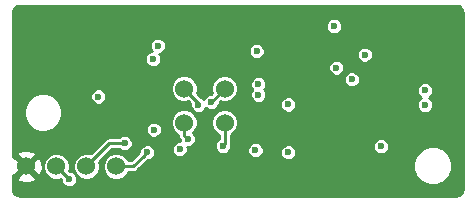
<source format=gbr>
G04 #@! TF.FileFunction,Copper,L4,Bot,Signal*
%FSLAX46Y46*%
G04 Gerber Fmt 4.6, Leading zero omitted, Abs format (unit mm)*
G04 Created by KiCad (PCBNEW 4.0.2-stable) date 2017年05月12日 星期五 07:52:48*
%MOMM*%
G01*
G04 APERTURE LIST*
%ADD10C,0.100000*%
%ADD11C,1.524000*%
%ADD12C,0.600000*%
%ADD13C,0.250000*%
%ADD14C,0.254000*%
G04 APERTURE END LIST*
D10*
D11*
X169950000Y-99850000D03*
X159125000Y-103550000D03*
X169950000Y-96975000D03*
X156575000Y-103550000D03*
X164200000Y-103550000D03*
X173400000Y-96975000D03*
X161675000Y-103550000D03*
X173400000Y-99850000D03*
D12*
X169575000Y-102125000D03*
X176100000Y-93800000D03*
X182850000Y-95200000D03*
X182650000Y-91700000D03*
X186625000Y-101875000D03*
X184150000Y-96200000D03*
X185250000Y-94100000D03*
X176000000Y-102200000D03*
X160225000Y-104650000D03*
X178775000Y-98325010D03*
X167400000Y-100450000D03*
X178775000Y-102375000D03*
X167725000Y-93349998D03*
X167350004Y-94475000D03*
X162700000Y-97650000D03*
X168500000Y-101700000D03*
X176100000Y-94774998D03*
X185800000Y-98025010D03*
X181650000Y-96200000D03*
X181650002Y-102475000D03*
X174475000Y-102200000D03*
X178874990Y-96175000D03*
X157725000Y-102400000D03*
X188675000Y-100850000D03*
X188675000Y-98350000D03*
X188525000Y-99600000D03*
X190350000Y-95150000D03*
X162100000Y-93100000D03*
X167400000Y-99275000D03*
X166925000Y-104975000D03*
X171725000Y-105025000D03*
X176600000Y-104000000D03*
X185250000Y-92200000D03*
X190125000Y-94100000D03*
X189850000Y-92750000D03*
X181550000Y-91775000D03*
X181350000Y-95200000D03*
X179975000Y-93125000D03*
X168825004Y-93350000D03*
X165950000Y-91625000D03*
X162550000Y-100100000D03*
X162550000Y-98900000D03*
X176250008Y-96600000D03*
X190349998Y-97125000D03*
X176250004Y-97500000D03*
X190349999Y-98349999D03*
X170250004Y-101250000D03*
X171175000Y-98350000D03*
X166825000Y-102375000D03*
X172275000Y-98099992D03*
X164925000Y-101600000D03*
X173250000Y-101825000D03*
D13*
X159125000Y-103550000D02*
X160225000Y-104650000D01*
X156575000Y-103550000D02*
X157725000Y-102400000D01*
X169950005Y-100950001D02*
X170250004Y-101250000D01*
X169950000Y-100949996D02*
X169950005Y-100950001D01*
X169950000Y-99850000D02*
X169950000Y-100949996D01*
X169950000Y-96975000D02*
X171175000Y-98200000D01*
X171175000Y-98200000D02*
X171175000Y-98350000D01*
X165650000Y-103550000D02*
X166525001Y-102674999D01*
X164200000Y-103550000D02*
X165650000Y-103550000D01*
X166525001Y-102674999D02*
X166825000Y-102375000D01*
X172275008Y-98099992D02*
X172275000Y-98099992D01*
X173400000Y-96975000D02*
X172275008Y-98099992D01*
X164925000Y-101600000D02*
X163625000Y-101600000D01*
X163625000Y-101600000D02*
X161675000Y-103550000D01*
X173400000Y-101675000D02*
X173250000Y-101825000D01*
X173400000Y-99850000D02*
X173400000Y-101675000D01*
D14*
G36*
X193204761Y-90005663D02*
X193378349Y-90121651D01*
X193494337Y-90295239D01*
X193544000Y-90544911D01*
X193544000Y-105455089D01*
X193494337Y-105704761D01*
X193378349Y-105878349D01*
X193204761Y-105994337D01*
X192955089Y-106044000D01*
X156044911Y-106044000D01*
X155795239Y-105994337D01*
X155621651Y-105878349D01*
X155505663Y-105704761D01*
X155456000Y-105455089D01*
X155456000Y-104530213D01*
X155774392Y-104530213D01*
X155843857Y-104772397D01*
X156367302Y-104959144D01*
X156922368Y-104931362D01*
X157306143Y-104772397D01*
X157375608Y-104530213D01*
X156575000Y-103729605D01*
X155774392Y-104530213D01*
X155456000Y-104530213D01*
X155456000Y-104310800D01*
X155594787Y-104350608D01*
X156395395Y-103550000D01*
X156754605Y-103550000D01*
X157555213Y-104350608D01*
X157797397Y-104281143D01*
X157981813Y-103764233D01*
X157981802Y-103776359D01*
X158155446Y-104196612D01*
X158476697Y-104518423D01*
X158896646Y-104692801D01*
X159351359Y-104693198D01*
X159493765Y-104634357D01*
X159543969Y-104684561D01*
X159543882Y-104784865D01*
X159647339Y-105035252D01*
X159838741Y-105226987D01*
X160088946Y-105330882D01*
X160359865Y-105331118D01*
X160610252Y-105227661D01*
X160801987Y-105036259D01*
X160905882Y-104786054D01*
X160906118Y-104515135D01*
X160823281Y-104314652D01*
X161026697Y-104518423D01*
X161446646Y-104692801D01*
X161901359Y-104693198D01*
X162321612Y-104519554D01*
X162643423Y-104198303D01*
X162817801Y-103778354D01*
X162817802Y-103776359D01*
X163056802Y-103776359D01*
X163230446Y-104196612D01*
X163551697Y-104518423D01*
X163971646Y-104692801D01*
X164426359Y-104693198D01*
X164846612Y-104519554D01*
X165168423Y-104198303D01*
X165227512Y-104056000D01*
X165650000Y-104056000D01*
X165843638Y-104017483D01*
X166007796Y-103907796D01*
X166092589Y-103823003D01*
X189368718Y-103823003D01*
X189616499Y-104422680D01*
X190074907Y-104881888D01*
X190674151Y-105130716D01*
X191323003Y-105131282D01*
X191922680Y-104883501D01*
X192381888Y-104425093D01*
X192630716Y-103825849D01*
X192631282Y-103176997D01*
X192383501Y-102577320D01*
X191925093Y-102118112D01*
X191325849Y-101869284D01*
X190676997Y-101868718D01*
X190077320Y-102116499D01*
X189618112Y-102574907D01*
X189369284Y-103174151D01*
X189368718Y-103823003D01*
X166092589Y-103823003D01*
X166859561Y-103056031D01*
X166959865Y-103056118D01*
X167210252Y-102952661D01*
X167401987Y-102761259D01*
X167505882Y-102511054D01*
X167506118Y-102240135D01*
X167402661Y-101989748D01*
X167211259Y-101798013D01*
X166961054Y-101694118D01*
X166690135Y-101693882D01*
X166439748Y-101797339D01*
X166248013Y-101988741D01*
X166144118Y-102238946D01*
X166144030Y-102340378D01*
X165440408Y-103044000D01*
X165227653Y-103044000D01*
X165169554Y-102903388D01*
X164848303Y-102581577D01*
X164428354Y-102407199D01*
X163973641Y-102406802D01*
X163553388Y-102580446D01*
X163231577Y-102901697D01*
X163057199Y-103321646D01*
X163056802Y-103776359D01*
X162817802Y-103776359D01*
X162818198Y-103323641D01*
X162759357Y-103181235D01*
X163834592Y-102106000D01*
X164467877Y-102106000D01*
X164538741Y-102176987D01*
X164788946Y-102280882D01*
X165059865Y-102281118D01*
X165310252Y-102177661D01*
X165501987Y-101986259D01*
X165605882Y-101736054D01*
X165606118Y-101465135D01*
X165502661Y-101214748D01*
X165311259Y-101023013D01*
X165061054Y-100919118D01*
X164790135Y-100918882D01*
X164539748Y-101022339D01*
X164467962Y-101094000D01*
X163625000Y-101094000D01*
X163431362Y-101132517D01*
X163267204Y-101242204D01*
X162043864Y-102465544D01*
X161903354Y-102407199D01*
X161448641Y-102406802D01*
X161028388Y-102580446D01*
X160706577Y-102901697D01*
X160532199Y-103321646D01*
X160531802Y-103776359D01*
X160684826Y-104146708D01*
X160611259Y-104073013D01*
X160361054Y-103969118D01*
X160259622Y-103969030D01*
X160209456Y-103918864D01*
X160267801Y-103778354D01*
X160268198Y-103323641D01*
X160094554Y-102903388D01*
X159773303Y-102581577D01*
X159353354Y-102407199D01*
X158898641Y-102406802D01*
X158478388Y-102580446D01*
X158156577Y-102901697D01*
X157982199Y-103321646D01*
X157981858Y-103712029D01*
X157956362Y-103202632D01*
X157797397Y-102818857D01*
X157555213Y-102749392D01*
X156754605Y-103550000D01*
X156395395Y-103550000D01*
X155594787Y-102749392D01*
X155456000Y-102789200D01*
X155456000Y-102569787D01*
X155774392Y-102569787D01*
X156575000Y-103370395D01*
X157375608Y-102569787D01*
X157306143Y-102327603D01*
X156782698Y-102140856D01*
X156227632Y-102168638D01*
X155843857Y-102327603D01*
X155774392Y-102569787D01*
X155456000Y-102569787D01*
X155456000Y-99323003D01*
X156368718Y-99323003D01*
X156616499Y-99922680D01*
X157074907Y-100381888D01*
X157674151Y-100630716D01*
X158323003Y-100631282D01*
X158435340Y-100584865D01*
X166718882Y-100584865D01*
X166822339Y-100835252D01*
X167013741Y-101026987D01*
X167263946Y-101130882D01*
X167534865Y-101131118D01*
X167785252Y-101027661D01*
X167976987Y-100836259D01*
X168080882Y-100586054D01*
X168081118Y-100315135D01*
X167982459Y-100076359D01*
X168806802Y-100076359D01*
X168980446Y-100496612D01*
X169301697Y-100818423D01*
X169444000Y-100877512D01*
X169444000Y-100949996D01*
X169482517Y-101143634D01*
X169568983Y-101273040D01*
X169568886Y-101384865D01*
X169593326Y-101444015D01*
X169440135Y-101443882D01*
X169189748Y-101547339D01*
X168998013Y-101738741D01*
X168894118Y-101988946D01*
X168893882Y-102259865D01*
X168997339Y-102510252D01*
X169188741Y-102701987D01*
X169438946Y-102805882D01*
X169709865Y-102806118D01*
X169960252Y-102702661D01*
X170151987Y-102511259D01*
X170255882Y-102261054D01*
X170256118Y-101990135D01*
X170231678Y-101930985D01*
X170384869Y-101931118D01*
X170635256Y-101827661D01*
X170826991Y-101636259D01*
X170930886Y-101386054D01*
X170931122Y-101115135D01*
X170827665Y-100864748D01*
X170689743Y-100726586D01*
X170918423Y-100498303D01*
X171092801Y-100078354D01*
X171092802Y-100076359D01*
X172256802Y-100076359D01*
X172430446Y-100496612D01*
X172751697Y-100818423D01*
X172894000Y-100877512D01*
X172894000Y-101235252D01*
X172864748Y-101247339D01*
X172673013Y-101438741D01*
X172569118Y-101688946D01*
X172568882Y-101959865D01*
X172672339Y-102210252D01*
X172863741Y-102401987D01*
X173113946Y-102505882D01*
X173384865Y-102506118D01*
X173635252Y-102402661D01*
X173703165Y-102334865D01*
X175318882Y-102334865D01*
X175422339Y-102585252D01*
X175613741Y-102776987D01*
X175863946Y-102880882D01*
X176134865Y-102881118D01*
X176385252Y-102777661D01*
X176576987Y-102586259D01*
X176608708Y-102509865D01*
X178093882Y-102509865D01*
X178197339Y-102760252D01*
X178388741Y-102951987D01*
X178638946Y-103055882D01*
X178909865Y-103056118D01*
X179160252Y-102952661D01*
X179351987Y-102761259D01*
X179455882Y-102511054D01*
X179456118Y-102240135D01*
X179360974Y-102009865D01*
X185943882Y-102009865D01*
X186047339Y-102260252D01*
X186238741Y-102451987D01*
X186488946Y-102555882D01*
X186759865Y-102556118D01*
X187010252Y-102452661D01*
X187201987Y-102261259D01*
X187305882Y-102011054D01*
X187306118Y-101740135D01*
X187202661Y-101489748D01*
X187011259Y-101298013D01*
X186761054Y-101194118D01*
X186490135Y-101193882D01*
X186239748Y-101297339D01*
X186048013Y-101488741D01*
X185944118Y-101738946D01*
X185943882Y-102009865D01*
X179360974Y-102009865D01*
X179352661Y-101989748D01*
X179161259Y-101798013D01*
X178911054Y-101694118D01*
X178640135Y-101693882D01*
X178389748Y-101797339D01*
X178198013Y-101988741D01*
X178094118Y-102238946D01*
X178093882Y-102509865D01*
X176608708Y-102509865D01*
X176680882Y-102336054D01*
X176681118Y-102065135D01*
X176577661Y-101814748D01*
X176386259Y-101623013D01*
X176136054Y-101519118D01*
X175865135Y-101518882D01*
X175614748Y-101622339D01*
X175423013Y-101813741D01*
X175319118Y-102063946D01*
X175318882Y-102334865D01*
X173703165Y-102334865D01*
X173826987Y-102211259D01*
X173930882Y-101961054D01*
X173931118Y-101690135D01*
X173906000Y-101629344D01*
X173906000Y-100877653D01*
X174046612Y-100819554D01*
X174368423Y-100498303D01*
X174542801Y-100078354D01*
X174543198Y-99623641D01*
X174369554Y-99203388D01*
X174048303Y-98881577D01*
X173628354Y-98707199D01*
X173173641Y-98706802D01*
X172753388Y-98880446D01*
X172431577Y-99201697D01*
X172257199Y-99621646D01*
X172256802Y-100076359D01*
X171092802Y-100076359D01*
X171093198Y-99623641D01*
X170919554Y-99203388D01*
X170598303Y-98881577D01*
X170178354Y-98707199D01*
X169723641Y-98706802D01*
X169303388Y-98880446D01*
X168981577Y-99201697D01*
X168807199Y-99621646D01*
X168806802Y-100076359D01*
X167982459Y-100076359D01*
X167977661Y-100064748D01*
X167786259Y-99873013D01*
X167536054Y-99769118D01*
X167265135Y-99768882D01*
X167014748Y-99872339D01*
X166823013Y-100063741D01*
X166719118Y-100313946D01*
X166718882Y-100584865D01*
X158435340Y-100584865D01*
X158922680Y-100383501D01*
X159381888Y-99925093D01*
X159630716Y-99325849D01*
X159631282Y-98676997D01*
X159383501Y-98077320D01*
X159091556Y-97784865D01*
X162018882Y-97784865D01*
X162122339Y-98035252D01*
X162313741Y-98226987D01*
X162563946Y-98330882D01*
X162834865Y-98331118D01*
X163085252Y-98227661D01*
X163276987Y-98036259D01*
X163380882Y-97786054D01*
X163381118Y-97515135D01*
X163277661Y-97264748D01*
X163214383Y-97201359D01*
X168806802Y-97201359D01*
X168980446Y-97621612D01*
X169301697Y-97943423D01*
X169721646Y-98117801D01*
X170176359Y-98118198D01*
X170318765Y-98059357D01*
X170494100Y-98234692D01*
X170493882Y-98484865D01*
X170597339Y-98735252D01*
X170788741Y-98926987D01*
X171038946Y-99030882D01*
X171309865Y-99031118D01*
X171560252Y-98927661D01*
X171751987Y-98736259D01*
X171809545Y-98597645D01*
X171888741Y-98676979D01*
X172138946Y-98780874D01*
X172409865Y-98781110D01*
X172660252Y-98677653D01*
X172851987Y-98486251D01*
X172862939Y-98459875D01*
X178093882Y-98459875D01*
X178197339Y-98710262D01*
X178388741Y-98901997D01*
X178638946Y-99005892D01*
X178909865Y-99006128D01*
X179160252Y-98902671D01*
X179351987Y-98711269D01*
X179455882Y-98461064D01*
X179456118Y-98190145D01*
X179352661Y-97939758D01*
X179161259Y-97748023D01*
X178911054Y-97644128D01*
X178640135Y-97643892D01*
X178389748Y-97747349D01*
X178198013Y-97938751D01*
X178094118Y-98188956D01*
X178093882Y-98459875D01*
X172862939Y-98459875D01*
X172955882Y-98236046D01*
X172955970Y-98134622D01*
X173031136Y-98059456D01*
X173171646Y-98117801D01*
X173626359Y-98118198D01*
X174046612Y-97944554D01*
X174356840Y-97634865D01*
X175568886Y-97634865D01*
X175672343Y-97885252D01*
X175863745Y-98076987D01*
X176113950Y-98180882D01*
X176384869Y-98181118D01*
X176635256Y-98077661D01*
X176826991Y-97886259D01*
X176930886Y-97636054D01*
X176931122Y-97365135D01*
X176887626Y-97259865D01*
X189668880Y-97259865D01*
X189772337Y-97510252D01*
X189963739Y-97701987D01*
X190049163Y-97737458D01*
X189964747Y-97772338D01*
X189773012Y-97963740D01*
X189669117Y-98213945D01*
X189668881Y-98484864D01*
X189772338Y-98735251D01*
X189963740Y-98926986D01*
X190213945Y-99030881D01*
X190484864Y-99031117D01*
X190735251Y-98927660D01*
X190926986Y-98736258D01*
X191030881Y-98486053D01*
X191031117Y-98215134D01*
X190927660Y-97964747D01*
X190736258Y-97773012D01*
X190650834Y-97737541D01*
X190735250Y-97702661D01*
X190926985Y-97511259D01*
X191030880Y-97261054D01*
X191031116Y-96990135D01*
X190927659Y-96739748D01*
X190736257Y-96548013D01*
X190486052Y-96444118D01*
X190215133Y-96443882D01*
X189964746Y-96547339D01*
X189773011Y-96738741D01*
X189669116Y-96988946D01*
X189668880Y-97259865D01*
X176887626Y-97259865D01*
X176827665Y-97114748D01*
X176763086Y-97050057D01*
X176826995Y-96986259D01*
X176930890Y-96736054D01*
X176931126Y-96465135D01*
X176877300Y-96334865D01*
X183468882Y-96334865D01*
X183572339Y-96585252D01*
X183763741Y-96776987D01*
X184013946Y-96880882D01*
X184284865Y-96881118D01*
X184535252Y-96777661D01*
X184726987Y-96586259D01*
X184830882Y-96336054D01*
X184831118Y-96065135D01*
X184727661Y-95814748D01*
X184536259Y-95623013D01*
X184286054Y-95519118D01*
X184015135Y-95518882D01*
X183764748Y-95622339D01*
X183573013Y-95813741D01*
X183469118Y-96063946D01*
X183468882Y-96334865D01*
X176877300Y-96334865D01*
X176827669Y-96214748D01*
X176636267Y-96023013D01*
X176386062Y-95919118D01*
X176115143Y-95918882D01*
X175864756Y-96022339D01*
X175673021Y-96213741D01*
X175569126Y-96463946D01*
X175568890Y-96734865D01*
X175672347Y-96985252D01*
X175736926Y-97049943D01*
X175673017Y-97113741D01*
X175569122Y-97363946D01*
X175568886Y-97634865D01*
X174356840Y-97634865D01*
X174368423Y-97623303D01*
X174542801Y-97203354D01*
X174543198Y-96748641D01*
X174369554Y-96328388D01*
X174048303Y-96006577D01*
X173628354Y-95832199D01*
X173173641Y-95831802D01*
X172753388Y-96005446D01*
X172431577Y-96326697D01*
X172257199Y-96746646D01*
X172256802Y-97201359D01*
X172315643Y-97343765D01*
X172240447Y-97418961D01*
X172140135Y-97418874D01*
X171889748Y-97522331D01*
X171698013Y-97713733D01*
X171640455Y-97852347D01*
X171561259Y-97773013D01*
X171394261Y-97703669D01*
X171034456Y-97343864D01*
X171092801Y-97203354D01*
X171093198Y-96748641D01*
X170919554Y-96328388D01*
X170598303Y-96006577D01*
X170178354Y-95832199D01*
X169723641Y-95831802D01*
X169303388Y-96005446D01*
X168981577Y-96326697D01*
X168807199Y-96746646D01*
X168806802Y-97201359D01*
X163214383Y-97201359D01*
X163086259Y-97073013D01*
X162836054Y-96969118D01*
X162565135Y-96968882D01*
X162314748Y-97072339D01*
X162123013Y-97263741D01*
X162019118Y-97513946D01*
X162018882Y-97784865D01*
X159091556Y-97784865D01*
X158925093Y-97618112D01*
X158325849Y-97369284D01*
X157676997Y-97368718D01*
X157077320Y-97616499D01*
X156618112Y-98074907D01*
X156369284Y-98674151D01*
X156368718Y-99323003D01*
X155456000Y-99323003D01*
X155456000Y-95334865D01*
X182168882Y-95334865D01*
X182272339Y-95585252D01*
X182463741Y-95776987D01*
X182713946Y-95880882D01*
X182984865Y-95881118D01*
X183235252Y-95777661D01*
X183426987Y-95586259D01*
X183530882Y-95336054D01*
X183531118Y-95065135D01*
X183427661Y-94814748D01*
X183236259Y-94623013D01*
X182986054Y-94519118D01*
X182715135Y-94518882D01*
X182464748Y-94622339D01*
X182273013Y-94813741D01*
X182169118Y-95063946D01*
X182168882Y-95334865D01*
X155456000Y-95334865D01*
X155456000Y-94609865D01*
X166668886Y-94609865D01*
X166772343Y-94860252D01*
X166963745Y-95051987D01*
X167213950Y-95155882D01*
X167484869Y-95156118D01*
X167735256Y-95052661D01*
X167926991Y-94861259D01*
X168030886Y-94611054D01*
X168031122Y-94340135D01*
X167927665Y-94089748D01*
X167866428Y-94028404D01*
X168092811Y-93934865D01*
X175418882Y-93934865D01*
X175522339Y-94185252D01*
X175713741Y-94376987D01*
X175963946Y-94480882D01*
X176234865Y-94481118D01*
X176485252Y-94377661D01*
X176628296Y-94234865D01*
X184568882Y-94234865D01*
X184672339Y-94485252D01*
X184863741Y-94676987D01*
X185113946Y-94780882D01*
X185384865Y-94781118D01*
X185635252Y-94677661D01*
X185826987Y-94486259D01*
X185930882Y-94236054D01*
X185931118Y-93965135D01*
X185827661Y-93714748D01*
X185636259Y-93523013D01*
X185386054Y-93419118D01*
X185115135Y-93418882D01*
X184864748Y-93522339D01*
X184673013Y-93713741D01*
X184569118Y-93963946D01*
X184568882Y-94234865D01*
X176628296Y-94234865D01*
X176676987Y-94186259D01*
X176780882Y-93936054D01*
X176781118Y-93665135D01*
X176677661Y-93414748D01*
X176486259Y-93223013D01*
X176236054Y-93119118D01*
X175965135Y-93118882D01*
X175714748Y-93222339D01*
X175523013Y-93413741D01*
X175419118Y-93663946D01*
X175418882Y-93934865D01*
X168092811Y-93934865D01*
X168110252Y-93927659D01*
X168301987Y-93736257D01*
X168405882Y-93486052D01*
X168406118Y-93215133D01*
X168302661Y-92964746D01*
X168111259Y-92773011D01*
X167861054Y-92669116D01*
X167590135Y-92668880D01*
X167339748Y-92772337D01*
X167148013Y-92963739D01*
X167044118Y-93213944D01*
X167043882Y-93484863D01*
X167147339Y-93735250D01*
X167208576Y-93796594D01*
X166964752Y-93897339D01*
X166773017Y-94088741D01*
X166669122Y-94338946D01*
X166668886Y-94609865D01*
X155456000Y-94609865D01*
X155456000Y-91834865D01*
X181968882Y-91834865D01*
X182072339Y-92085252D01*
X182263741Y-92276987D01*
X182513946Y-92380882D01*
X182784865Y-92381118D01*
X183035252Y-92277661D01*
X183226987Y-92086259D01*
X183330882Y-91836054D01*
X183331118Y-91565135D01*
X183227661Y-91314748D01*
X183036259Y-91123013D01*
X182786054Y-91019118D01*
X182515135Y-91018882D01*
X182264748Y-91122339D01*
X182073013Y-91313741D01*
X181969118Y-91563946D01*
X181968882Y-91834865D01*
X155456000Y-91834865D01*
X155456000Y-90544911D01*
X155505663Y-90295239D01*
X155621651Y-90121651D01*
X155795239Y-90005663D01*
X156044911Y-89956000D01*
X192955089Y-89956000D01*
X193204761Y-90005663D01*
X193204761Y-90005663D01*
G37*
X193204761Y-90005663D02*
X193378349Y-90121651D01*
X193494337Y-90295239D01*
X193544000Y-90544911D01*
X193544000Y-105455089D01*
X193494337Y-105704761D01*
X193378349Y-105878349D01*
X193204761Y-105994337D01*
X192955089Y-106044000D01*
X156044911Y-106044000D01*
X155795239Y-105994337D01*
X155621651Y-105878349D01*
X155505663Y-105704761D01*
X155456000Y-105455089D01*
X155456000Y-104530213D01*
X155774392Y-104530213D01*
X155843857Y-104772397D01*
X156367302Y-104959144D01*
X156922368Y-104931362D01*
X157306143Y-104772397D01*
X157375608Y-104530213D01*
X156575000Y-103729605D01*
X155774392Y-104530213D01*
X155456000Y-104530213D01*
X155456000Y-104310800D01*
X155594787Y-104350608D01*
X156395395Y-103550000D01*
X156754605Y-103550000D01*
X157555213Y-104350608D01*
X157797397Y-104281143D01*
X157981813Y-103764233D01*
X157981802Y-103776359D01*
X158155446Y-104196612D01*
X158476697Y-104518423D01*
X158896646Y-104692801D01*
X159351359Y-104693198D01*
X159493765Y-104634357D01*
X159543969Y-104684561D01*
X159543882Y-104784865D01*
X159647339Y-105035252D01*
X159838741Y-105226987D01*
X160088946Y-105330882D01*
X160359865Y-105331118D01*
X160610252Y-105227661D01*
X160801987Y-105036259D01*
X160905882Y-104786054D01*
X160906118Y-104515135D01*
X160823281Y-104314652D01*
X161026697Y-104518423D01*
X161446646Y-104692801D01*
X161901359Y-104693198D01*
X162321612Y-104519554D01*
X162643423Y-104198303D01*
X162817801Y-103778354D01*
X162817802Y-103776359D01*
X163056802Y-103776359D01*
X163230446Y-104196612D01*
X163551697Y-104518423D01*
X163971646Y-104692801D01*
X164426359Y-104693198D01*
X164846612Y-104519554D01*
X165168423Y-104198303D01*
X165227512Y-104056000D01*
X165650000Y-104056000D01*
X165843638Y-104017483D01*
X166007796Y-103907796D01*
X166092589Y-103823003D01*
X189368718Y-103823003D01*
X189616499Y-104422680D01*
X190074907Y-104881888D01*
X190674151Y-105130716D01*
X191323003Y-105131282D01*
X191922680Y-104883501D01*
X192381888Y-104425093D01*
X192630716Y-103825849D01*
X192631282Y-103176997D01*
X192383501Y-102577320D01*
X191925093Y-102118112D01*
X191325849Y-101869284D01*
X190676997Y-101868718D01*
X190077320Y-102116499D01*
X189618112Y-102574907D01*
X189369284Y-103174151D01*
X189368718Y-103823003D01*
X166092589Y-103823003D01*
X166859561Y-103056031D01*
X166959865Y-103056118D01*
X167210252Y-102952661D01*
X167401987Y-102761259D01*
X167505882Y-102511054D01*
X167506118Y-102240135D01*
X167402661Y-101989748D01*
X167211259Y-101798013D01*
X166961054Y-101694118D01*
X166690135Y-101693882D01*
X166439748Y-101797339D01*
X166248013Y-101988741D01*
X166144118Y-102238946D01*
X166144030Y-102340378D01*
X165440408Y-103044000D01*
X165227653Y-103044000D01*
X165169554Y-102903388D01*
X164848303Y-102581577D01*
X164428354Y-102407199D01*
X163973641Y-102406802D01*
X163553388Y-102580446D01*
X163231577Y-102901697D01*
X163057199Y-103321646D01*
X163056802Y-103776359D01*
X162817802Y-103776359D01*
X162818198Y-103323641D01*
X162759357Y-103181235D01*
X163834592Y-102106000D01*
X164467877Y-102106000D01*
X164538741Y-102176987D01*
X164788946Y-102280882D01*
X165059865Y-102281118D01*
X165310252Y-102177661D01*
X165501987Y-101986259D01*
X165605882Y-101736054D01*
X165606118Y-101465135D01*
X165502661Y-101214748D01*
X165311259Y-101023013D01*
X165061054Y-100919118D01*
X164790135Y-100918882D01*
X164539748Y-101022339D01*
X164467962Y-101094000D01*
X163625000Y-101094000D01*
X163431362Y-101132517D01*
X163267204Y-101242204D01*
X162043864Y-102465544D01*
X161903354Y-102407199D01*
X161448641Y-102406802D01*
X161028388Y-102580446D01*
X160706577Y-102901697D01*
X160532199Y-103321646D01*
X160531802Y-103776359D01*
X160684826Y-104146708D01*
X160611259Y-104073013D01*
X160361054Y-103969118D01*
X160259622Y-103969030D01*
X160209456Y-103918864D01*
X160267801Y-103778354D01*
X160268198Y-103323641D01*
X160094554Y-102903388D01*
X159773303Y-102581577D01*
X159353354Y-102407199D01*
X158898641Y-102406802D01*
X158478388Y-102580446D01*
X158156577Y-102901697D01*
X157982199Y-103321646D01*
X157981858Y-103712029D01*
X157956362Y-103202632D01*
X157797397Y-102818857D01*
X157555213Y-102749392D01*
X156754605Y-103550000D01*
X156395395Y-103550000D01*
X155594787Y-102749392D01*
X155456000Y-102789200D01*
X155456000Y-102569787D01*
X155774392Y-102569787D01*
X156575000Y-103370395D01*
X157375608Y-102569787D01*
X157306143Y-102327603D01*
X156782698Y-102140856D01*
X156227632Y-102168638D01*
X155843857Y-102327603D01*
X155774392Y-102569787D01*
X155456000Y-102569787D01*
X155456000Y-99323003D01*
X156368718Y-99323003D01*
X156616499Y-99922680D01*
X157074907Y-100381888D01*
X157674151Y-100630716D01*
X158323003Y-100631282D01*
X158435340Y-100584865D01*
X166718882Y-100584865D01*
X166822339Y-100835252D01*
X167013741Y-101026987D01*
X167263946Y-101130882D01*
X167534865Y-101131118D01*
X167785252Y-101027661D01*
X167976987Y-100836259D01*
X168080882Y-100586054D01*
X168081118Y-100315135D01*
X167982459Y-100076359D01*
X168806802Y-100076359D01*
X168980446Y-100496612D01*
X169301697Y-100818423D01*
X169444000Y-100877512D01*
X169444000Y-100949996D01*
X169482517Y-101143634D01*
X169568983Y-101273040D01*
X169568886Y-101384865D01*
X169593326Y-101444015D01*
X169440135Y-101443882D01*
X169189748Y-101547339D01*
X168998013Y-101738741D01*
X168894118Y-101988946D01*
X168893882Y-102259865D01*
X168997339Y-102510252D01*
X169188741Y-102701987D01*
X169438946Y-102805882D01*
X169709865Y-102806118D01*
X169960252Y-102702661D01*
X170151987Y-102511259D01*
X170255882Y-102261054D01*
X170256118Y-101990135D01*
X170231678Y-101930985D01*
X170384869Y-101931118D01*
X170635256Y-101827661D01*
X170826991Y-101636259D01*
X170930886Y-101386054D01*
X170931122Y-101115135D01*
X170827665Y-100864748D01*
X170689743Y-100726586D01*
X170918423Y-100498303D01*
X171092801Y-100078354D01*
X171092802Y-100076359D01*
X172256802Y-100076359D01*
X172430446Y-100496612D01*
X172751697Y-100818423D01*
X172894000Y-100877512D01*
X172894000Y-101235252D01*
X172864748Y-101247339D01*
X172673013Y-101438741D01*
X172569118Y-101688946D01*
X172568882Y-101959865D01*
X172672339Y-102210252D01*
X172863741Y-102401987D01*
X173113946Y-102505882D01*
X173384865Y-102506118D01*
X173635252Y-102402661D01*
X173703165Y-102334865D01*
X175318882Y-102334865D01*
X175422339Y-102585252D01*
X175613741Y-102776987D01*
X175863946Y-102880882D01*
X176134865Y-102881118D01*
X176385252Y-102777661D01*
X176576987Y-102586259D01*
X176608708Y-102509865D01*
X178093882Y-102509865D01*
X178197339Y-102760252D01*
X178388741Y-102951987D01*
X178638946Y-103055882D01*
X178909865Y-103056118D01*
X179160252Y-102952661D01*
X179351987Y-102761259D01*
X179455882Y-102511054D01*
X179456118Y-102240135D01*
X179360974Y-102009865D01*
X185943882Y-102009865D01*
X186047339Y-102260252D01*
X186238741Y-102451987D01*
X186488946Y-102555882D01*
X186759865Y-102556118D01*
X187010252Y-102452661D01*
X187201987Y-102261259D01*
X187305882Y-102011054D01*
X187306118Y-101740135D01*
X187202661Y-101489748D01*
X187011259Y-101298013D01*
X186761054Y-101194118D01*
X186490135Y-101193882D01*
X186239748Y-101297339D01*
X186048013Y-101488741D01*
X185944118Y-101738946D01*
X185943882Y-102009865D01*
X179360974Y-102009865D01*
X179352661Y-101989748D01*
X179161259Y-101798013D01*
X178911054Y-101694118D01*
X178640135Y-101693882D01*
X178389748Y-101797339D01*
X178198013Y-101988741D01*
X178094118Y-102238946D01*
X178093882Y-102509865D01*
X176608708Y-102509865D01*
X176680882Y-102336054D01*
X176681118Y-102065135D01*
X176577661Y-101814748D01*
X176386259Y-101623013D01*
X176136054Y-101519118D01*
X175865135Y-101518882D01*
X175614748Y-101622339D01*
X175423013Y-101813741D01*
X175319118Y-102063946D01*
X175318882Y-102334865D01*
X173703165Y-102334865D01*
X173826987Y-102211259D01*
X173930882Y-101961054D01*
X173931118Y-101690135D01*
X173906000Y-101629344D01*
X173906000Y-100877653D01*
X174046612Y-100819554D01*
X174368423Y-100498303D01*
X174542801Y-100078354D01*
X174543198Y-99623641D01*
X174369554Y-99203388D01*
X174048303Y-98881577D01*
X173628354Y-98707199D01*
X173173641Y-98706802D01*
X172753388Y-98880446D01*
X172431577Y-99201697D01*
X172257199Y-99621646D01*
X172256802Y-100076359D01*
X171092802Y-100076359D01*
X171093198Y-99623641D01*
X170919554Y-99203388D01*
X170598303Y-98881577D01*
X170178354Y-98707199D01*
X169723641Y-98706802D01*
X169303388Y-98880446D01*
X168981577Y-99201697D01*
X168807199Y-99621646D01*
X168806802Y-100076359D01*
X167982459Y-100076359D01*
X167977661Y-100064748D01*
X167786259Y-99873013D01*
X167536054Y-99769118D01*
X167265135Y-99768882D01*
X167014748Y-99872339D01*
X166823013Y-100063741D01*
X166719118Y-100313946D01*
X166718882Y-100584865D01*
X158435340Y-100584865D01*
X158922680Y-100383501D01*
X159381888Y-99925093D01*
X159630716Y-99325849D01*
X159631282Y-98676997D01*
X159383501Y-98077320D01*
X159091556Y-97784865D01*
X162018882Y-97784865D01*
X162122339Y-98035252D01*
X162313741Y-98226987D01*
X162563946Y-98330882D01*
X162834865Y-98331118D01*
X163085252Y-98227661D01*
X163276987Y-98036259D01*
X163380882Y-97786054D01*
X163381118Y-97515135D01*
X163277661Y-97264748D01*
X163214383Y-97201359D01*
X168806802Y-97201359D01*
X168980446Y-97621612D01*
X169301697Y-97943423D01*
X169721646Y-98117801D01*
X170176359Y-98118198D01*
X170318765Y-98059357D01*
X170494100Y-98234692D01*
X170493882Y-98484865D01*
X170597339Y-98735252D01*
X170788741Y-98926987D01*
X171038946Y-99030882D01*
X171309865Y-99031118D01*
X171560252Y-98927661D01*
X171751987Y-98736259D01*
X171809545Y-98597645D01*
X171888741Y-98676979D01*
X172138946Y-98780874D01*
X172409865Y-98781110D01*
X172660252Y-98677653D01*
X172851987Y-98486251D01*
X172862939Y-98459875D01*
X178093882Y-98459875D01*
X178197339Y-98710262D01*
X178388741Y-98901997D01*
X178638946Y-99005892D01*
X178909865Y-99006128D01*
X179160252Y-98902671D01*
X179351987Y-98711269D01*
X179455882Y-98461064D01*
X179456118Y-98190145D01*
X179352661Y-97939758D01*
X179161259Y-97748023D01*
X178911054Y-97644128D01*
X178640135Y-97643892D01*
X178389748Y-97747349D01*
X178198013Y-97938751D01*
X178094118Y-98188956D01*
X178093882Y-98459875D01*
X172862939Y-98459875D01*
X172955882Y-98236046D01*
X172955970Y-98134622D01*
X173031136Y-98059456D01*
X173171646Y-98117801D01*
X173626359Y-98118198D01*
X174046612Y-97944554D01*
X174356840Y-97634865D01*
X175568886Y-97634865D01*
X175672343Y-97885252D01*
X175863745Y-98076987D01*
X176113950Y-98180882D01*
X176384869Y-98181118D01*
X176635256Y-98077661D01*
X176826991Y-97886259D01*
X176930886Y-97636054D01*
X176931122Y-97365135D01*
X176887626Y-97259865D01*
X189668880Y-97259865D01*
X189772337Y-97510252D01*
X189963739Y-97701987D01*
X190049163Y-97737458D01*
X189964747Y-97772338D01*
X189773012Y-97963740D01*
X189669117Y-98213945D01*
X189668881Y-98484864D01*
X189772338Y-98735251D01*
X189963740Y-98926986D01*
X190213945Y-99030881D01*
X190484864Y-99031117D01*
X190735251Y-98927660D01*
X190926986Y-98736258D01*
X191030881Y-98486053D01*
X191031117Y-98215134D01*
X190927660Y-97964747D01*
X190736258Y-97773012D01*
X190650834Y-97737541D01*
X190735250Y-97702661D01*
X190926985Y-97511259D01*
X191030880Y-97261054D01*
X191031116Y-96990135D01*
X190927659Y-96739748D01*
X190736257Y-96548013D01*
X190486052Y-96444118D01*
X190215133Y-96443882D01*
X189964746Y-96547339D01*
X189773011Y-96738741D01*
X189669116Y-96988946D01*
X189668880Y-97259865D01*
X176887626Y-97259865D01*
X176827665Y-97114748D01*
X176763086Y-97050057D01*
X176826995Y-96986259D01*
X176930890Y-96736054D01*
X176931126Y-96465135D01*
X176877300Y-96334865D01*
X183468882Y-96334865D01*
X183572339Y-96585252D01*
X183763741Y-96776987D01*
X184013946Y-96880882D01*
X184284865Y-96881118D01*
X184535252Y-96777661D01*
X184726987Y-96586259D01*
X184830882Y-96336054D01*
X184831118Y-96065135D01*
X184727661Y-95814748D01*
X184536259Y-95623013D01*
X184286054Y-95519118D01*
X184015135Y-95518882D01*
X183764748Y-95622339D01*
X183573013Y-95813741D01*
X183469118Y-96063946D01*
X183468882Y-96334865D01*
X176877300Y-96334865D01*
X176827669Y-96214748D01*
X176636267Y-96023013D01*
X176386062Y-95919118D01*
X176115143Y-95918882D01*
X175864756Y-96022339D01*
X175673021Y-96213741D01*
X175569126Y-96463946D01*
X175568890Y-96734865D01*
X175672347Y-96985252D01*
X175736926Y-97049943D01*
X175673017Y-97113741D01*
X175569122Y-97363946D01*
X175568886Y-97634865D01*
X174356840Y-97634865D01*
X174368423Y-97623303D01*
X174542801Y-97203354D01*
X174543198Y-96748641D01*
X174369554Y-96328388D01*
X174048303Y-96006577D01*
X173628354Y-95832199D01*
X173173641Y-95831802D01*
X172753388Y-96005446D01*
X172431577Y-96326697D01*
X172257199Y-96746646D01*
X172256802Y-97201359D01*
X172315643Y-97343765D01*
X172240447Y-97418961D01*
X172140135Y-97418874D01*
X171889748Y-97522331D01*
X171698013Y-97713733D01*
X171640455Y-97852347D01*
X171561259Y-97773013D01*
X171394261Y-97703669D01*
X171034456Y-97343864D01*
X171092801Y-97203354D01*
X171093198Y-96748641D01*
X170919554Y-96328388D01*
X170598303Y-96006577D01*
X170178354Y-95832199D01*
X169723641Y-95831802D01*
X169303388Y-96005446D01*
X168981577Y-96326697D01*
X168807199Y-96746646D01*
X168806802Y-97201359D01*
X163214383Y-97201359D01*
X163086259Y-97073013D01*
X162836054Y-96969118D01*
X162565135Y-96968882D01*
X162314748Y-97072339D01*
X162123013Y-97263741D01*
X162019118Y-97513946D01*
X162018882Y-97784865D01*
X159091556Y-97784865D01*
X158925093Y-97618112D01*
X158325849Y-97369284D01*
X157676997Y-97368718D01*
X157077320Y-97616499D01*
X156618112Y-98074907D01*
X156369284Y-98674151D01*
X156368718Y-99323003D01*
X155456000Y-99323003D01*
X155456000Y-95334865D01*
X182168882Y-95334865D01*
X182272339Y-95585252D01*
X182463741Y-95776987D01*
X182713946Y-95880882D01*
X182984865Y-95881118D01*
X183235252Y-95777661D01*
X183426987Y-95586259D01*
X183530882Y-95336054D01*
X183531118Y-95065135D01*
X183427661Y-94814748D01*
X183236259Y-94623013D01*
X182986054Y-94519118D01*
X182715135Y-94518882D01*
X182464748Y-94622339D01*
X182273013Y-94813741D01*
X182169118Y-95063946D01*
X182168882Y-95334865D01*
X155456000Y-95334865D01*
X155456000Y-94609865D01*
X166668886Y-94609865D01*
X166772343Y-94860252D01*
X166963745Y-95051987D01*
X167213950Y-95155882D01*
X167484869Y-95156118D01*
X167735256Y-95052661D01*
X167926991Y-94861259D01*
X168030886Y-94611054D01*
X168031122Y-94340135D01*
X167927665Y-94089748D01*
X167866428Y-94028404D01*
X168092811Y-93934865D01*
X175418882Y-93934865D01*
X175522339Y-94185252D01*
X175713741Y-94376987D01*
X175963946Y-94480882D01*
X176234865Y-94481118D01*
X176485252Y-94377661D01*
X176628296Y-94234865D01*
X184568882Y-94234865D01*
X184672339Y-94485252D01*
X184863741Y-94676987D01*
X185113946Y-94780882D01*
X185384865Y-94781118D01*
X185635252Y-94677661D01*
X185826987Y-94486259D01*
X185930882Y-94236054D01*
X185931118Y-93965135D01*
X185827661Y-93714748D01*
X185636259Y-93523013D01*
X185386054Y-93419118D01*
X185115135Y-93418882D01*
X184864748Y-93522339D01*
X184673013Y-93713741D01*
X184569118Y-93963946D01*
X184568882Y-94234865D01*
X176628296Y-94234865D01*
X176676987Y-94186259D01*
X176780882Y-93936054D01*
X176781118Y-93665135D01*
X176677661Y-93414748D01*
X176486259Y-93223013D01*
X176236054Y-93119118D01*
X175965135Y-93118882D01*
X175714748Y-93222339D01*
X175523013Y-93413741D01*
X175419118Y-93663946D01*
X175418882Y-93934865D01*
X168092811Y-93934865D01*
X168110252Y-93927659D01*
X168301987Y-93736257D01*
X168405882Y-93486052D01*
X168406118Y-93215133D01*
X168302661Y-92964746D01*
X168111259Y-92773011D01*
X167861054Y-92669116D01*
X167590135Y-92668880D01*
X167339748Y-92772337D01*
X167148013Y-92963739D01*
X167044118Y-93213944D01*
X167043882Y-93484863D01*
X167147339Y-93735250D01*
X167208576Y-93796594D01*
X166964752Y-93897339D01*
X166773017Y-94088741D01*
X166669122Y-94338946D01*
X166668886Y-94609865D01*
X155456000Y-94609865D01*
X155456000Y-91834865D01*
X181968882Y-91834865D01*
X182072339Y-92085252D01*
X182263741Y-92276987D01*
X182513946Y-92380882D01*
X182784865Y-92381118D01*
X183035252Y-92277661D01*
X183226987Y-92086259D01*
X183330882Y-91836054D01*
X183331118Y-91565135D01*
X183227661Y-91314748D01*
X183036259Y-91123013D01*
X182786054Y-91019118D01*
X182515135Y-91018882D01*
X182264748Y-91122339D01*
X182073013Y-91313741D01*
X181969118Y-91563946D01*
X181968882Y-91834865D01*
X155456000Y-91834865D01*
X155456000Y-90544911D01*
X155505663Y-90295239D01*
X155621651Y-90121651D01*
X155795239Y-90005663D01*
X156044911Y-89956000D01*
X192955089Y-89956000D01*
X193204761Y-90005663D01*
M02*

</source>
